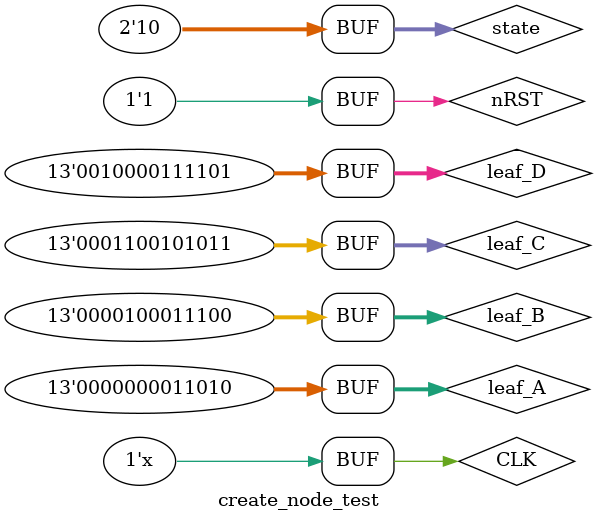
<source format=v>
`timescale 1ns / 1ps


module create_node_test;

	// Inputs
	reg CLK;
	reg nRST;
	reg [1:0] state;
	reg [12:0] leaf_A;
	reg [12:0] leaf_B;
	reg [12:0] leaf_C;
	reg [12:0] leaf_D;

	// Outputs
	wire [15:0] CODE_TABLE;

	// Instantiate the Unit Under Test (UUT)
	create_node_code uut (
		.CLK(CLK), 
		.nRST(nRST), 
		.state(state), 
		.leaf_A(leaf_A), 
		.leaf_B(leaf_B), 
		.leaf_C(leaf_C), 
		.leaf_D(leaf_D), 
		.CODE_TABLE(CODE_TABLE)
	);

	initial begin
		// Initialize Inputs
		CLK = 0;
		nRST = 0;
		state = 2'b10;
		leaf_A = 13'b0000_0_0001_1010;
		leaf_B = 13'b0000_1_0001_1100;
		leaf_C = 13'b0001_1_0010_1011;
		leaf_D = 13'b0010_0_0011_1101;

		// Wait 100 ns for global reset to finish
		#100;
        nRST = 1;
		// Add stimulus here

	end
	parameter DELAY = 2;
	always
		#DELAY CLK = ~CLK; 
      
endmodule


</source>
